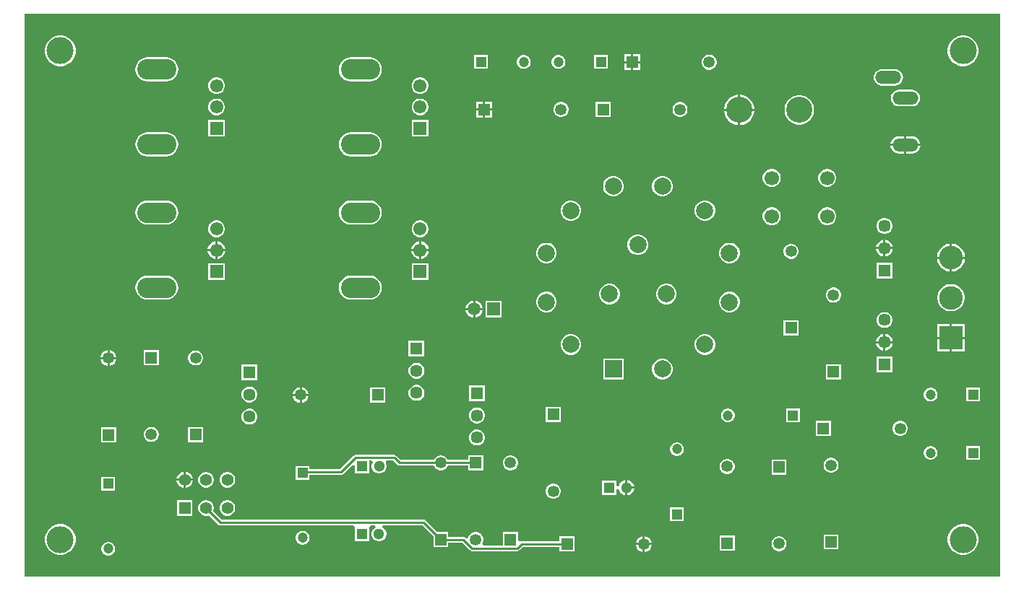
<source format=gbl>
G04*
G04 #@! TF.GenerationSoftware,Altium Limited,Altium Designer,25.8.1 (18)*
G04*
G04 Layer_Physical_Order=2*
G04 Layer_Color=16711680*
%FSLAX44Y44*%
%MOMM*%
G71*
G04*
G04 #@! TF.SameCoordinates,5FE610AC-4606-444D-BD4F-D10E618BF681*
G04*
G04*
G04 #@! TF.FilePolarity,Positive*
G04*
G01*
G75*
%ADD15C,0.2540*%
%ADD17R,1.4000X1.4000*%
%ADD18C,1.4000*%
%ADD21C,1.5500*%
%ADD25C,1.4500*%
%ADD30R,1.5500X1.5500*%
G04:AMPARAMS|DCode=31|XSize=2.4mm|YSize=4.6mm|CornerRadius=1.2mm|HoleSize=0mm|Usage=FLASHONLY|Rotation=90.000|XOffset=0mm|YOffset=0mm|HoleType=Round|Shape=RoundedRectangle|*
%AMROUNDEDRECTD31*
21,1,2.4000,2.2000,0,0,90.0*
21,1,0.0000,4.6000,0,0,90.0*
1,1,2.4000,1.1000,0.0000*
1,1,2.4000,1.1000,0.0000*
1,1,2.4000,-1.1000,0.0000*
1,1,2.4000,-1.1000,0.0000*
%
%ADD31ROUNDEDRECTD31*%
%ADD34R,1.2000X1.2000*%
%ADD35C,1.2000*%
%ADD36R,1.2000X1.2000*%
%ADD38R,1.4500X1.4500*%
%ADD43R,1.3500X1.3500*%
%ADD44R,1.3500X1.3500*%
%ADD45C,1.3500*%
%ADD46O,3.0160X1.5080*%
%ADD47C,2.7750*%
%ADD48C,3.0480*%
%ADD49R,2.7750X2.7750*%
%ADD50C,1.5000*%
%ADD51C,1.3000*%
%ADD52C,2.0000*%
%ADD53C,3.1750*%
%ADD54R,1.3000X1.3000*%
%ADD55R,1.5000X1.5000*%
%ADD56C,1.7000*%
%ADD57R,2.0000X2.0000*%
G36*
X1143000Y-0D02*
X-0D01*
Y660400D01*
X1143000D01*
Y-0D01*
D02*
G37*
%LPC*%
G36*
X721459Y613253D02*
X713439D01*
Y605233D01*
X721459D01*
Y613253D01*
D02*
G37*
G36*
X710899D02*
X702879D01*
Y605233D01*
X710899D01*
Y613253D01*
D02*
G37*
G36*
X1101470Y635134D02*
X1097942D01*
X1094483Y634445D01*
X1091224Y633096D01*
X1088291Y631136D01*
X1085797Y628642D01*
X1083837Y625709D01*
X1082487Y622450D01*
X1081799Y618990D01*
Y615463D01*
X1082487Y612003D01*
X1083837Y608744D01*
X1085797Y605812D01*
X1088291Y603317D01*
X1091224Y601358D01*
X1094483Y600008D01*
X1097942Y599320D01*
X1101470D01*
X1104929Y600008D01*
X1108188Y601358D01*
X1111121Y603317D01*
X1113615Y605812D01*
X1115575Y608744D01*
X1116925Y612003D01*
X1117613Y615463D01*
Y618990D01*
X1116925Y622450D01*
X1115575Y625709D01*
X1113615Y628642D01*
X1111121Y631136D01*
X1108188Y633096D01*
X1104929Y634445D01*
X1101470Y635134D01*
D02*
G37*
G36*
X43833D02*
X40306D01*
X36846Y634445D01*
X33587Y633096D01*
X30654Y631136D01*
X28160Y628642D01*
X26201Y625709D01*
X24851Y622450D01*
X24163Y618990D01*
Y615463D01*
X24851Y612003D01*
X26201Y608744D01*
X28160Y605812D01*
X30654Y603317D01*
X33587Y601358D01*
X36846Y600008D01*
X40306Y599320D01*
X43833D01*
X47293Y600008D01*
X50552Y601358D01*
X53485Y603317D01*
X55979Y605812D01*
X57939Y608744D01*
X59288Y612003D01*
X59977Y615463D01*
Y618990D01*
X59288Y622450D01*
X57939Y625709D01*
X55979Y628642D01*
X53485Y631136D01*
X50552Y633096D01*
X47293Y634445D01*
X43833Y635134D01*
D02*
G37*
G36*
X586055Y612211D02*
X583940D01*
X581897Y611664D01*
X580065Y610606D01*
X578570Y609111D01*
X577513Y607279D01*
X576965Y605236D01*
Y603122D01*
X577513Y601079D01*
X578570Y599247D01*
X580065Y597752D01*
X581897Y596694D01*
X583940Y596147D01*
X586055D01*
X588097Y596694D01*
X589929Y597752D01*
X591424Y599247D01*
X592482Y601079D01*
X593029Y603122D01*
Y605236D01*
X592482Y607279D01*
X591424Y609111D01*
X589929Y610606D01*
X588097Y611664D01*
X586055Y612211D01*
D02*
G37*
G36*
X543029D02*
X526965D01*
Y596147D01*
X543029D01*
Y612211D01*
D02*
G37*
G36*
X683707Y612211D02*
X667643D01*
Y596147D01*
X683707D01*
Y612211D01*
D02*
G37*
G36*
X626732D02*
X624617D01*
X622574Y611663D01*
X620743Y610606D01*
X619247Y609110D01*
X618190Y607279D01*
X617643Y605236D01*
Y603121D01*
X618190Y601078D01*
X619247Y599247D01*
X620743Y597751D01*
X622574Y596694D01*
X624617Y596147D01*
X626732D01*
X628775Y596694D01*
X630606Y597751D01*
X632102Y599247D01*
X633159Y601078D01*
X633707Y603121D01*
Y605236D01*
X633159Y607279D01*
X632102Y609110D01*
X630606Y610606D01*
X628775Y611663D01*
X626732Y612211D01*
D02*
G37*
G36*
X803326Y612745D02*
X801013D01*
X798780Y612147D01*
X796777Y610991D01*
X795142Y609356D01*
X793986Y607353D01*
X793387Y605120D01*
Y602807D01*
X793986Y600574D01*
X795142Y598571D01*
X796777Y596936D01*
X798780Y595780D01*
X801013Y595181D01*
X803326D01*
X805559Y595780D01*
X807562Y596936D01*
X809197Y598571D01*
X810353Y600574D01*
X810951Y602807D01*
Y605120D01*
X810353Y607353D01*
X809197Y609356D01*
X807562Y610991D01*
X805559Y612147D01*
X803326Y612745D01*
D02*
G37*
G36*
X721459Y602693D02*
X713439D01*
Y594673D01*
X721459D01*
Y602693D01*
D02*
G37*
G36*
X710899D02*
X702879D01*
Y594673D01*
X710899D01*
Y602693D01*
D02*
G37*
G36*
X404571Y609622D02*
X382571D01*
X378908Y609140D01*
X375495Y607726D01*
X372564Y605477D01*
X370314Y602545D01*
X368900Y599132D01*
X368418Y595469D01*
X368900Y591806D01*
X370314Y588392D01*
X372564Y585461D01*
X375495Y583212D01*
X378908Y581798D01*
X382571Y581316D01*
X404571D01*
X408234Y581798D01*
X411648Y583212D01*
X414579Y585461D01*
X416828Y588392D01*
X418242Y591806D01*
X418724Y595469D01*
X418242Y599132D01*
X416828Y602545D01*
X414579Y605477D01*
X411648Y607726D01*
X408234Y609140D01*
X404571Y609622D01*
D02*
G37*
G36*
X166122D02*
X144122D01*
X140459Y609140D01*
X137046Y607726D01*
X134115Y605477D01*
X131866Y602545D01*
X130452Y599132D01*
X129969Y595469D01*
X130452Y591806D01*
X131866Y588392D01*
X134115Y585461D01*
X137046Y583212D01*
X140459Y581798D01*
X144122Y581316D01*
X166122D01*
X169786Y581798D01*
X173199Y583212D01*
X176130Y585461D01*
X178379Y588392D01*
X179793Y591806D01*
X180276Y595469D01*
X179793Y599132D01*
X178379Y602545D01*
X176130Y605477D01*
X173199Y607726D01*
X169786Y609140D01*
X166122Y609622D01*
D02*
G37*
G36*
X1019805Y595644D02*
X1004724D01*
X1002226Y595315D01*
X999897Y594350D01*
X997898Y592816D01*
X996363Y590816D01*
X995399Y588488D01*
X995070Y585989D01*
X995399Y583490D01*
X996363Y581162D01*
X997898Y579162D01*
X999897Y577628D01*
X1002226Y576663D01*
X1004724Y576334D01*
X1019805D01*
X1022303Y576663D01*
X1024632Y577628D01*
X1026631Y579162D01*
X1028166Y581162D01*
X1029130Y583490D01*
X1029459Y585989D01*
X1029130Y588488D01*
X1028166Y590816D01*
X1026631Y592816D01*
X1024632Y594350D01*
X1022303Y595315D01*
X1019805Y595644D01*
D02*
G37*
G36*
X464859Y586251D02*
X462283D01*
X459795Y585584D01*
X457565Y584296D01*
X455744Y582475D01*
X454456Y580244D01*
X453789Y577757D01*
Y575181D01*
X454456Y572693D01*
X455744Y570462D01*
X457565Y568641D01*
X459795Y567353D01*
X462283Y566687D01*
X464859D01*
X467347Y567353D01*
X469577Y568641D01*
X471399Y570462D01*
X472687Y572693D01*
X473353Y575181D01*
Y577757D01*
X472687Y580244D01*
X471399Y582475D01*
X469577Y584296D01*
X467347Y585584D01*
X464859Y586251D01*
D02*
G37*
G36*
X226410D02*
X223835D01*
X221347Y585584D01*
X219116Y584296D01*
X217295Y582475D01*
X216007Y580244D01*
X215340Y577757D01*
Y575181D01*
X216007Y572693D01*
X217295Y570462D01*
X219116Y568641D01*
X221347Y567353D01*
X223835Y566687D01*
X226410D01*
X228898Y567353D01*
X231129Y568641D01*
X232950Y570462D01*
X234238Y572693D01*
X234904Y575181D01*
Y577757D01*
X234238Y580244D01*
X232950Y582475D01*
X231129Y584296D01*
X228898Y585584D01*
X226410Y586251D01*
D02*
G37*
G36*
X1039804Y571644D02*
X1024724D01*
X1022226Y571315D01*
X1019897Y570350D01*
X1017898Y568816D01*
X1016363Y566816D01*
X1015399Y564488D01*
X1015070Y561989D01*
X1015399Y559490D01*
X1016363Y557162D01*
X1017898Y555162D01*
X1019897Y553628D01*
X1022226Y552663D01*
X1024724Y552335D01*
X1039804D01*
X1042303Y552663D01*
X1044632Y553628D01*
X1046631Y555162D01*
X1048166Y557162D01*
X1049130Y559490D01*
X1049459Y561989D01*
X1049130Y564488D01*
X1048166Y566816D01*
X1046631Y568816D01*
X1044632Y570350D01*
X1042303Y571315D01*
X1039804Y571644D01*
D02*
G37*
G36*
X547962Y557850D02*
X539942D01*
Y549830D01*
X547962D01*
Y557850D01*
D02*
G37*
G36*
X537402D02*
X529382D01*
Y549830D01*
X537402D01*
Y557850D01*
D02*
G37*
G36*
X839178Y565690D02*
X838697D01*
Y549180D01*
X855207D01*
Y549662D01*
X854523Y553097D01*
X853183Y556332D01*
X851237Y559244D01*
X848761Y561721D01*
X845848Y563667D01*
X842613Y565007D01*
X839178Y565690D01*
D02*
G37*
G36*
X836156D02*
X835675D01*
X832240Y565007D01*
X829005Y563667D01*
X826092Y561721D01*
X823616Y559244D01*
X821670Y556332D01*
X820330Y553097D01*
X819647Y549662D01*
Y549180D01*
X836156D01*
Y565690D01*
D02*
G37*
G36*
X464859Y561251D02*
X462283D01*
X459795Y560584D01*
X457565Y559296D01*
X455744Y557475D01*
X454456Y555244D01*
X453789Y552757D01*
Y550181D01*
X454456Y547693D01*
X455744Y545462D01*
X457565Y543641D01*
X459795Y542353D01*
X462283Y541687D01*
X464859D01*
X467347Y542353D01*
X469577Y543641D01*
X471399Y545462D01*
X472687Y547693D01*
X473353Y550181D01*
Y552757D01*
X472687Y555244D01*
X471399Y557475D01*
X469577Y559296D01*
X467347Y560584D01*
X464859Y561251D01*
D02*
G37*
G36*
X226410D02*
X223835D01*
X221347Y560584D01*
X219116Y559296D01*
X217295Y557475D01*
X216007Y555244D01*
X215340Y552757D01*
Y550181D01*
X216007Y547693D01*
X217295Y545462D01*
X219116Y543641D01*
X221347Y542353D01*
X223835Y541687D01*
X226410D01*
X228898Y542353D01*
X231129Y543641D01*
X232950Y545462D01*
X234238Y547693D01*
X234904Y550181D01*
Y552757D01*
X234238Y555244D01*
X232950Y557475D01*
X231129Y559296D01*
X228898Y560584D01*
X226410Y561251D01*
D02*
G37*
G36*
X769235Y557342D02*
X766922D01*
X764689Y556743D01*
X762686Y555587D01*
X761051Y553952D01*
X759895Y551949D01*
X759297Y549716D01*
Y547403D01*
X759895Y545170D01*
X761051Y543167D01*
X762686Y541532D01*
X764689Y540376D01*
X766922Y539778D01*
X769235D01*
X771468Y540376D01*
X773471Y541532D01*
X775106Y543167D01*
X776262Y545170D01*
X776861Y547403D01*
Y549716D01*
X776262Y551949D01*
X775106Y553952D01*
X773471Y555587D01*
X771468Y556743D01*
X769235Y557342D01*
D02*
G37*
G36*
X686861D02*
X669296D01*
Y539778D01*
X686861D01*
Y557342D01*
D02*
G37*
G36*
X629828D02*
X627516D01*
X625282Y556743D01*
X623279Y555587D01*
X621644Y553952D01*
X620488Y551949D01*
X619890Y549716D01*
Y547403D01*
X620488Y545170D01*
X621644Y543167D01*
X623279Y541532D01*
X625282Y540376D01*
X627516Y539778D01*
X629828D01*
X632062Y540376D01*
X634064Y541532D01*
X635699Y543167D01*
X636855Y545170D01*
X637454Y547403D01*
Y549716D01*
X636855Y551949D01*
X635699Y553952D01*
X634064Y555587D01*
X632062Y556743D01*
X629828Y557342D01*
D02*
G37*
G36*
X547962Y547290D02*
X539942D01*
Y539270D01*
X547962D01*
Y547290D01*
D02*
G37*
G36*
X537402D02*
X529382D01*
Y539270D01*
X537402D01*
Y547290D01*
D02*
G37*
G36*
X909500Y565182D02*
X906098D01*
X902761Y564519D01*
X899618Y563217D01*
X896789Y561326D01*
X894383Y558921D01*
X892493Y556092D01*
X891191Y552948D01*
X890527Y549612D01*
Y546209D01*
X891191Y542872D01*
X892493Y539729D01*
X894383Y536900D01*
X896789Y534494D01*
X899618Y532604D01*
X902761Y531302D01*
X906098Y530638D01*
X909500D01*
X912837Y531302D01*
X915981Y532604D01*
X918809Y534494D01*
X921215Y536900D01*
X923105Y539729D01*
X924407Y542872D01*
X925071Y546209D01*
Y549612D01*
X924407Y552948D01*
X923105Y556092D01*
X921215Y558921D01*
X918809Y561326D01*
X915981Y563217D01*
X912837Y564519D01*
X909500Y565182D01*
D02*
G37*
G36*
X855207Y546640D02*
X838697D01*
Y530130D01*
X839178D01*
X842613Y530814D01*
X845848Y532154D01*
X848761Y534100D01*
X851237Y536576D01*
X853183Y539488D01*
X854523Y542724D01*
X855207Y546159D01*
Y546640D01*
D02*
G37*
G36*
X836156D02*
X819647D01*
Y546159D01*
X820330Y542724D01*
X821670Y539488D01*
X823616Y536576D01*
X826092Y534100D01*
X829005Y532154D01*
X832240Y530814D01*
X835675Y530130D01*
X836156D01*
Y546640D01*
D02*
G37*
G36*
X473353Y536251D02*
X453789D01*
Y516687D01*
X473353D01*
Y536251D01*
D02*
G37*
G36*
X234904D02*
X215340D01*
Y516687D01*
X234904D01*
Y536251D01*
D02*
G37*
G36*
X1039804Y517156D02*
X1033534D01*
Y508259D01*
X1049804D01*
X1049625Y509620D01*
X1048609Y512072D01*
X1046993Y514178D01*
X1044888Y515794D01*
X1042436Y516810D01*
X1039804Y517156D01*
D02*
G37*
G36*
X1030994D02*
X1024724D01*
X1022093Y516810D01*
X1019641Y515794D01*
X1017535Y514178D01*
X1015920Y512072D01*
X1014904Y509620D01*
X1014725Y508259D01*
X1030994D01*
Y517156D01*
D02*
G37*
G36*
X1049804Y505719D02*
X1033534D01*
Y496822D01*
X1039804D01*
X1042436Y497168D01*
X1044888Y498184D01*
X1046993Y499800D01*
X1048609Y501906D01*
X1049625Y504357D01*
X1049804Y505719D01*
D02*
G37*
G36*
X1030994D02*
X1014725D01*
X1014904Y504357D01*
X1015920Y501906D01*
X1017535Y499800D01*
X1019641Y498184D01*
X1022093Y497168D01*
X1024724Y496822D01*
X1030994D01*
Y505719D01*
D02*
G37*
G36*
X404571Y521622D02*
X382571D01*
X378908Y521140D01*
X375495Y519726D01*
X372564Y517477D01*
X370314Y514545D01*
X368900Y511132D01*
X368418Y507469D01*
X368900Y503806D01*
X370314Y500392D01*
X372564Y497461D01*
X375495Y495212D01*
X378908Y493798D01*
X382571Y493316D01*
X404571D01*
X408234Y493798D01*
X411648Y495212D01*
X414579Y497461D01*
X416828Y500392D01*
X418242Y503806D01*
X418724Y507469D01*
X418242Y511132D01*
X416828Y514545D01*
X414579Y517477D01*
X411648Y519726D01*
X408234Y521140D01*
X404571Y521622D01*
D02*
G37*
G36*
X166122D02*
X144122D01*
X140459Y521140D01*
X137046Y519726D01*
X134115Y517477D01*
X131866Y514545D01*
X130452Y511132D01*
X129969Y507469D01*
X130452Y503806D01*
X131866Y500392D01*
X134115Y497461D01*
X137046Y495212D01*
X140459Y493798D01*
X144122Y493316D01*
X166122D01*
X169786Y493798D01*
X173199Y495212D01*
X176130Y497461D01*
X178379Y500392D01*
X179793Y503806D01*
X180276Y507469D01*
X179793Y511132D01*
X178379Y514545D01*
X176130Y517477D01*
X173199Y519726D01*
X169786Y521140D01*
X166122Y521622D01*
D02*
G37*
G36*
X941972Y478694D02*
X939199D01*
X936520Y477976D01*
X934119Y476589D01*
X932158Y474628D01*
X930771Y472227D01*
X930054Y469548D01*
Y466775D01*
X930771Y464096D01*
X932158Y461695D01*
X934119Y459734D01*
X936520Y458347D01*
X939199Y457630D01*
X941972D01*
X944651Y458347D01*
X947052Y459734D01*
X949013Y461695D01*
X950400Y464096D01*
X951118Y466775D01*
Y469548D01*
X950400Y472227D01*
X949013Y474628D01*
X947052Y476589D01*
X944651Y477976D01*
X941972Y478694D01*
D02*
G37*
G36*
X876972D02*
X874199D01*
X871520Y477976D01*
X869119Y476589D01*
X867158Y474628D01*
X865771Y472227D01*
X865053Y469548D01*
Y466775D01*
X865771Y464096D01*
X867158Y461695D01*
X869119Y459734D01*
X871520Y458347D01*
X874199Y457630D01*
X876972D01*
X879651Y458347D01*
X882052Y459734D01*
X884013Y461695D01*
X885400Y464096D01*
X886117Y466775D01*
Y469548D01*
X885400Y472227D01*
X884013Y474628D01*
X882052Y476589D01*
X879651Y477976D01*
X876972Y478694D01*
D02*
G37*
G36*
X749059Y470474D02*
X745891D01*
X742831Y469654D01*
X740088Y468069D01*
X737847Y465829D01*
X736263Y463086D01*
X735443Y460026D01*
Y456857D01*
X736263Y453797D01*
X737847Y451054D01*
X740088Y448814D01*
X742831Y447229D01*
X745891Y446409D01*
X749059D01*
X752120Y447229D01*
X754863Y448814D01*
X757103Y451054D01*
X758687Y453797D01*
X759507Y456857D01*
Y460026D01*
X758687Y463086D01*
X757103Y465829D01*
X754863Y468069D01*
X752120Y469654D01*
X749059Y470474D01*
D02*
G37*
G36*
X691602D02*
X688433D01*
X685373Y469654D01*
X682630Y468069D01*
X680389Y465829D01*
X678805Y463086D01*
X677986Y460026D01*
Y456857D01*
X678805Y453797D01*
X680389Y451054D01*
X682630Y448814D01*
X685373Y447229D01*
X688433Y446409D01*
X691601D01*
X694662Y447229D01*
X697405Y448814D01*
X699645Y451054D01*
X701230Y453797D01*
X702049Y456857D01*
Y460026D01*
X701229Y463086D01*
X699645Y465829D01*
X697405Y468069D01*
X694662Y469654D01*
X691602Y470474D01*
D02*
G37*
G36*
X641841Y441745D02*
X638673D01*
X635613Y440925D01*
X632869Y439341D01*
X630629Y437101D01*
X629045Y434357D01*
X628225Y431297D01*
Y428129D01*
X629045Y425069D01*
X630629Y422325D01*
X632869Y420085D01*
X635613Y418501D01*
X638673Y417681D01*
X641841D01*
X644902Y418501D01*
X647645Y420085D01*
X649885Y422325D01*
X651469Y425069D01*
X652289Y428129D01*
Y431297D01*
X651469Y434357D01*
X649885Y437101D01*
X647645Y439341D01*
X644902Y440925D01*
X641841Y441745D01*
D02*
G37*
G36*
X798820Y441745D02*
X795651D01*
X792591Y440925D01*
X789848Y439341D01*
X787607Y437100D01*
X786023Y434357D01*
X785203Y431297D01*
Y428129D01*
X786023Y425068D01*
X787607Y422325D01*
X789848Y420085D01*
X792591Y418501D01*
X795651Y417681D01*
X798820D01*
X801880Y418501D01*
X804623Y420085D01*
X806863Y422325D01*
X808447Y425068D01*
X809268Y428129D01*
Y431297D01*
X808447Y434357D01*
X806863Y437100D01*
X804623Y439341D01*
X801880Y440925D01*
X798820Y441745D01*
D02*
G37*
G36*
X404571Y441626D02*
X382571D01*
X378908Y441144D01*
X375495Y439730D01*
X372564Y437481D01*
X370314Y434549D01*
X368900Y431136D01*
X368418Y427473D01*
X368900Y423810D01*
X370314Y420396D01*
X372564Y417465D01*
X375495Y415216D01*
X378908Y413802D01*
X382571Y413320D01*
X404571D01*
X408234Y413802D01*
X411648Y415216D01*
X414579Y417465D01*
X416828Y420396D01*
X418242Y423810D01*
X418724Y427473D01*
X418242Y431136D01*
X416828Y434549D01*
X414579Y437481D01*
X411648Y439730D01*
X408234Y441144D01*
X404571Y441626D01*
D02*
G37*
G36*
X166122D02*
X144122D01*
X140459Y441144D01*
X137046Y439730D01*
X134115Y437481D01*
X131866Y434549D01*
X130452Y431136D01*
X129969Y427473D01*
X130452Y423810D01*
X131866Y420396D01*
X134115Y417465D01*
X137046Y415216D01*
X140459Y413802D01*
X144122Y413320D01*
X166122D01*
X169786Y413802D01*
X173199Y415216D01*
X176130Y417465D01*
X178379Y420396D01*
X179793Y423810D01*
X180276Y427473D01*
X179793Y431136D01*
X178379Y434549D01*
X176130Y437481D01*
X173199Y439730D01*
X169786Y441144D01*
X166122Y441626D01*
D02*
G37*
G36*
X941972Y433693D02*
X939199D01*
X936520Y432976D01*
X934119Y431589D01*
X932158Y429628D01*
X930771Y427226D01*
X930054Y424548D01*
Y421775D01*
X930771Y419096D01*
X932158Y416694D01*
X934119Y414734D01*
X936520Y413347D01*
X939199Y412629D01*
X941972D01*
X944651Y413347D01*
X947052Y414734D01*
X949013Y416694D01*
X950400Y419096D01*
X951118Y421775D01*
Y424548D01*
X950400Y427226D01*
X949013Y429628D01*
X947052Y431589D01*
X944651Y432976D01*
X941972Y433693D01*
D02*
G37*
G36*
X876972D02*
X874199D01*
X871520Y432976D01*
X869119Y431589D01*
X867158Y429628D01*
X865771Y427226D01*
X865053Y424548D01*
Y421775D01*
X865771Y419096D01*
X867158Y416694D01*
X869119Y414734D01*
X871520Y413347D01*
X874199Y412629D01*
X876972D01*
X879651Y413347D01*
X882052Y414734D01*
X884013Y416694D01*
X885400Y419096D01*
X886117Y421775D01*
Y424548D01*
X885400Y427226D01*
X884013Y429628D01*
X882052Y431589D01*
X879651Y432976D01*
X876972Y433693D01*
D02*
G37*
G36*
X1008880Y420993D02*
X1006436D01*
X1004075Y420360D01*
X1001959Y419138D01*
X1000231Y417410D01*
X999009Y415294D01*
X998376Y412933D01*
Y410489D01*
X999009Y408128D01*
X1000231Y406012D01*
X1001959Y404284D01*
X1004075Y403062D01*
X1006436Y402429D01*
X1008880D01*
X1011241Y403062D01*
X1013357Y404284D01*
X1015086Y406012D01*
X1016308Y408128D01*
X1016940Y410489D01*
Y412933D01*
X1016308Y415294D01*
X1015086Y417410D01*
X1013357Y419138D01*
X1011241Y420360D01*
X1008880Y420993D01*
D02*
G37*
G36*
X464859Y418255D02*
X462283D01*
X459795Y417588D01*
X457565Y416301D01*
X455744Y414479D01*
X454456Y412249D01*
X453789Y409761D01*
Y407185D01*
X454456Y404697D01*
X455744Y402467D01*
X457565Y400645D01*
X459795Y399358D01*
X462283Y398691D01*
X464859D01*
X467347Y399358D01*
X469577Y400645D01*
X471399Y402467D01*
X472687Y404697D01*
X473353Y407185D01*
Y409761D01*
X472687Y412249D01*
X471399Y414479D01*
X469577Y416301D01*
X467347Y417588D01*
X464859Y418255D01*
D02*
G37*
G36*
X226410D02*
X223835D01*
X221347Y417588D01*
X219116Y416301D01*
X217295Y414479D01*
X216007Y412249D01*
X215340Y409761D01*
Y407185D01*
X216007Y404697D01*
X217295Y402467D01*
X219116Y400645D01*
X221347Y399358D01*
X223835Y398691D01*
X226410D01*
X228898Y399358D01*
X231129Y400645D01*
X232950Y402467D01*
X234238Y404697D01*
X234904Y407185D01*
Y409761D01*
X234238Y412249D01*
X232950Y414479D01*
X231129Y416301D01*
X228898Y417588D01*
X226410Y418255D01*
D02*
G37*
G36*
X1008947Y395501D02*
X1008928D01*
Y386981D01*
X1017448D01*
Y387000D01*
X1016781Y389490D01*
X1015492Y391722D01*
X1013669Y393545D01*
X1011437Y394834D01*
X1008947Y395501D01*
D02*
G37*
G36*
X1006388D02*
X1006369D01*
X1003879Y394834D01*
X1001647Y393545D01*
X999824Y391722D01*
X998535Y389490D01*
X997868Y387000D01*
Y386981D01*
X1006388D01*
Y395501D01*
D02*
G37*
G36*
X464926Y393763D02*
X464841D01*
Y384743D01*
X473861D01*
Y384828D01*
X473160Y387445D01*
X471805Y389791D01*
X469889Y391707D01*
X467543Y393062D01*
X464926Y393763D01*
D02*
G37*
G36*
X462301D02*
X462217D01*
X459599Y393062D01*
X457253Y391707D01*
X455337Y389791D01*
X453983Y387445D01*
X453281Y384828D01*
Y384743D01*
X462301D01*
Y393763D01*
D02*
G37*
G36*
X226477D02*
X226392D01*
Y384743D01*
X235413D01*
Y384828D01*
X234711Y387445D01*
X233357Y389791D01*
X231441Y391707D01*
X229094Y393062D01*
X226477Y393763D01*
D02*
G37*
G36*
X223853D02*
X223768D01*
X221151Y393062D01*
X218804Y391707D01*
X216889Y389791D01*
X215534Y387445D01*
X214832Y384828D01*
Y384743D01*
X223853D01*
Y393763D01*
D02*
G37*
G36*
X720331Y401756D02*
X717162D01*
X714102Y400936D01*
X711359Y399352D01*
X709118Y397112D01*
X707534Y394368D01*
X706714Y391308D01*
Y388140D01*
X707534Y385080D01*
X709118Y382336D01*
X711359Y380096D01*
X714102Y378512D01*
X717162Y377692D01*
X720331D01*
X723391Y378512D01*
X726134Y380096D01*
X728374Y382336D01*
X729958Y385080D01*
X730778Y388140D01*
Y391308D01*
X729958Y394368D01*
X728374Y397112D01*
X726134Y399352D01*
X723391Y400936D01*
X720331Y401756D01*
D02*
G37*
G36*
X1017448Y384441D02*
X1008928D01*
Y375921D01*
X1008947D01*
X1011437Y376588D01*
X1013669Y377877D01*
X1015492Y379700D01*
X1016781Y381932D01*
X1017448Y384422D01*
Y384441D01*
D02*
G37*
G36*
X1006388D02*
X997868D01*
Y384422D01*
X998535Y381932D01*
X999824Y379700D01*
X1001647Y377877D01*
X1003879Y376588D01*
X1006369Y375921D01*
X1006388D01*
Y384441D01*
D02*
G37*
G36*
X1087223Y391041D02*
X1086876D01*
Y375896D01*
X1102021D01*
Y376243D01*
X1101391Y379414D01*
X1100153Y382401D01*
X1098357Y385090D01*
X1096070Y387376D01*
X1093382Y389173D01*
X1090395Y390410D01*
X1087223Y391041D01*
D02*
G37*
G36*
X1084336D02*
X1083990D01*
X1080818Y390410D01*
X1077831Y389173D01*
X1075143Y387376D01*
X1072856Y385090D01*
X1071060Y382401D01*
X1069822Y379414D01*
X1069191Y376243D01*
Y375896D01*
X1084336D01*
Y391041D01*
D02*
G37*
G36*
X899259Y390897D02*
X896947D01*
X894714Y390298D01*
X892711Y389142D01*
X891076Y387507D01*
X889920Y385505D01*
X889321Y383271D01*
Y380959D01*
X889920Y378725D01*
X891076Y376723D01*
X892711Y375088D01*
X894714Y373931D01*
X896947Y373333D01*
X899259D01*
X901493Y373931D01*
X903495Y375088D01*
X905131Y376723D01*
X906287Y378725D01*
X906885Y380959D01*
Y383271D01*
X906287Y385505D01*
X905131Y387507D01*
X903495Y389142D01*
X901493Y390298D01*
X899259Y390897D01*
D02*
G37*
G36*
X473861Y382203D02*
X464841D01*
Y373183D01*
X464926D01*
X467543Y373884D01*
X469889Y375239D01*
X471805Y377155D01*
X473160Y379501D01*
X473861Y382118D01*
Y382203D01*
D02*
G37*
G36*
X462301D02*
X453281D01*
Y382118D01*
X453983Y379501D01*
X455337Y377155D01*
X457253Y375239D01*
X459599Y373884D01*
X462217Y373183D01*
X462301D01*
Y382203D01*
D02*
G37*
G36*
X235413Y382203D02*
X226392D01*
Y373183D01*
X226477D01*
X229094Y373884D01*
X231441Y375239D01*
X233357Y377155D01*
X234711Y379501D01*
X235413Y382118D01*
Y382203D01*
D02*
G37*
G36*
X223853D02*
X214832D01*
Y382118D01*
X215534Y379501D01*
X216889Y377155D01*
X218804Y375239D01*
X221151Y373884D01*
X223768Y373183D01*
X223853D01*
Y382203D01*
D02*
G37*
G36*
X827549Y391985D02*
X824380D01*
X821320Y391165D01*
X818577Y389581D01*
X816336Y387341D01*
X814752Y384597D01*
X813932Y381537D01*
Y378369D01*
X814752Y375309D01*
X816336Y372565D01*
X818577Y370325D01*
X821320Y368741D01*
X824380Y367921D01*
X827548D01*
X830609Y368741D01*
X833352Y370325D01*
X835592Y372565D01*
X837177Y375309D01*
X837996Y378369D01*
Y381537D01*
X837176Y384597D01*
X835592Y387341D01*
X833352Y389581D01*
X830609Y391165D01*
X827549Y391985D01*
D02*
G37*
G36*
X613112D02*
X609944D01*
X606884Y391165D01*
X604141Y389581D01*
X601900Y387341D01*
X600316Y384597D01*
X599496Y381537D01*
Y378369D01*
X600316Y375309D01*
X601900Y372565D01*
X604141Y370325D01*
X606884Y368741D01*
X609944Y367921D01*
X613112D01*
X616173Y368741D01*
X618916Y370325D01*
X621156Y372565D01*
X622741Y375309D01*
X623560Y378369D01*
Y381537D01*
X622741Y384597D01*
X621156Y387341D01*
X618916Y389581D01*
X616173Y391165D01*
X613112Y391985D01*
D02*
G37*
G36*
X1102021Y373356D02*
X1086876D01*
Y358211D01*
X1087223D01*
X1090395Y358842D01*
X1093382Y360079D01*
X1096070Y361876D01*
X1098357Y364162D01*
X1100153Y366851D01*
X1101391Y369838D01*
X1102021Y373009D01*
Y373356D01*
D02*
G37*
G36*
X1084336D02*
X1069191D01*
Y373009D01*
X1069822Y369838D01*
X1071060Y366851D01*
X1072856Y364162D01*
X1075143Y361876D01*
X1077831Y360079D01*
X1080818Y358842D01*
X1083990Y358211D01*
X1084336D01*
Y373356D01*
D02*
G37*
G36*
X1016940Y368993D02*
X998376D01*
Y350429D01*
X1016940D01*
Y368993D01*
D02*
G37*
G36*
X473353Y368255D02*
X453789D01*
Y348691D01*
X473353D01*
Y368255D01*
D02*
G37*
G36*
X234904D02*
X215340D01*
Y348691D01*
X234904D01*
Y368255D01*
D02*
G37*
G36*
X404571Y353626D02*
X382571D01*
X378908Y353144D01*
X375495Y351730D01*
X372564Y349481D01*
X370314Y346550D01*
X368900Y343136D01*
X368418Y339473D01*
X368900Y335810D01*
X370314Y332397D01*
X372564Y329465D01*
X375495Y327216D01*
X378908Y325802D01*
X382571Y325320D01*
X404571D01*
X408234Y325802D01*
X411648Y327216D01*
X414579Y329465D01*
X416828Y332397D01*
X418242Y335810D01*
X418724Y339473D01*
X418242Y343136D01*
X416828Y346550D01*
X414579Y349481D01*
X411648Y351730D01*
X408234Y353144D01*
X404571Y353626D01*
D02*
G37*
G36*
X166122D02*
X144122D01*
X140459Y353144D01*
X137046Y351730D01*
X134115Y349481D01*
X131866Y346550D01*
X130452Y343136D01*
X129969Y339473D01*
X130452Y335810D01*
X131866Y332397D01*
X134115Y329465D01*
X137046Y327216D01*
X140459Y325802D01*
X144122Y325320D01*
X166122D01*
X169786Y325802D01*
X173199Y327216D01*
X176130Y329465D01*
X178379Y332397D01*
X179793Y335810D01*
X180276Y339473D01*
X179793Y343136D01*
X178379Y346550D01*
X176130Y349481D01*
X173199Y351730D01*
X169786Y353144D01*
X166122Y353626D01*
D02*
G37*
G36*
X949054Y339522D02*
X946742D01*
X944508Y338923D01*
X942506Y337767D01*
X940871Y336132D01*
X939715Y334130D01*
X939116Y331896D01*
Y329584D01*
X939715Y327350D01*
X940871Y325348D01*
X942506Y323713D01*
X944508Y322556D01*
X946742Y321958D01*
X949054D01*
X951288Y322556D01*
X953290Y323713D01*
X954925Y325348D01*
X956081Y327350D01*
X956680Y329584D01*
Y331896D01*
X956081Y334130D01*
X954925Y336132D01*
X953290Y337767D01*
X951288Y338923D01*
X949054Y339522D01*
D02*
G37*
G36*
X753672Y344006D02*
X750504D01*
X747444Y343186D01*
X744701Y341602D01*
X742460Y339362D01*
X740876Y336618D01*
X740057Y333558D01*
Y330390D01*
X740876Y327330D01*
X742460Y324586D01*
X744701Y322346D01*
X747444Y320762D01*
X750504Y319942D01*
X753673D01*
X756733Y320762D01*
X759476Y322346D01*
X761717Y324586D01*
X763300Y327330D01*
X764120Y330390D01*
Y333558D01*
X763301Y336618D01*
X761717Y339362D01*
X759476Y341602D01*
X756733Y343186D01*
X753672Y344006D01*
D02*
G37*
G36*
X686988D02*
X683820D01*
X680760Y343186D01*
X678017Y341602D01*
X675776Y339362D01*
X674192Y336618D01*
X673372Y333558D01*
Y330390D01*
X674192Y327330D01*
X675776Y324586D01*
X678017Y322346D01*
X680760Y320762D01*
X683820Y319942D01*
X686988D01*
X690049Y320762D01*
X692792Y322346D01*
X695032Y324586D01*
X696616Y327330D01*
X697436Y330390D01*
Y333558D01*
X696616Y336618D01*
X695032Y339362D01*
X692792Y341602D01*
X690049Y343186D01*
X686988Y344006D01*
D02*
G37*
G36*
X528172Y324198D02*
X528120D01*
Y315428D01*
X536890D01*
Y315480D01*
X536206Y318034D01*
X534884Y320323D01*
X533015Y322192D01*
X530726Y323514D01*
X528172Y324198D01*
D02*
G37*
G36*
X525580D02*
X525528D01*
X522975Y323514D01*
X520686Y322192D01*
X518816Y320323D01*
X517494Y318034D01*
X516810Y315480D01*
Y315428D01*
X525580D01*
Y324198D01*
D02*
G37*
G36*
X1087173Y343533D02*
X1084040D01*
X1080966Y342921D01*
X1078072Y341722D01*
X1075466Y339982D01*
X1073251Y337766D01*
X1071510Y335161D01*
X1070311Y332266D01*
X1069699Y329193D01*
Y326059D01*
X1070311Y322986D01*
X1071510Y320091D01*
X1073251Y317486D01*
X1075466Y315270D01*
X1078072Y313529D01*
X1080966Y312330D01*
X1084040Y311719D01*
X1087173D01*
X1090246Y312330D01*
X1093141Y313529D01*
X1095747Y315270D01*
X1097962Y317486D01*
X1099703Y320091D01*
X1100902Y322986D01*
X1101513Y326059D01*
Y329193D01*
X1100902Y332266D01*
X1099703Y335161D01*
X1097962Y337766D01*
X1095747Y339982D01*
X1093141Y341722D01*
X1090246Y342921D01*
X1087173Y343533D01*
D02*
G37*
G36*
X827548Y334527D02*
X824380D01*
X821320Y333707D01*
X818577Y332123D01*
X816336Y329883D01*
X814752Y327139D01*
X813932Y324079D01*
Y320911D01*
X814752Y317851D01*
X816336Y315107D01*
X818577Y312867D01*
X821320Y311283D01*
X824380Y310463D01*
X827548D01*
X830609Y311283D01*
X833352Y312867D01*
X835592Y315107D01*
X837176Y317851D01*
X837996Y320911D01*
Y324079D01*
X837176Y327139D01*
X835592Y329883D01*
X833352Y332123D01*
X830609Y333707D01*
X827548Y334527D01*
D02*
G37*
G36*
X613112D02*
X609944D01*
X606884Y333707D01*
X604141Y332123D01*
X601900Y329883D01*
X600316Y327139D01*
X599496Y324079D01*
Y320911D01*
X600316Y317851D01*
X601900Y315107D01*
X604141Y312867D01*
X606884Y311283D01*
X609944Y310463D01*
X613112D01*
X616173Y311283D01*
X618916Y312867D01*
X621156Y315107D01*
X622741Y317851D01*
X623560Y320911D01*
Y324079D01*
X622741Y327139D01*
X621156Y329883D01*
X618916Y332123D01*
X616173Y333707D01*
X613112Y334527D01*
D02*
G37*
G36*
X559182Y323690D02*
X540118D01*
Y304626D01*
X559182D01*
Y323690D01*
D02*
G37*
G36*
X536890Y312888D02*
X528120D01*
Y304118D01*
X528172D01*
X530726Y304802D01*
X533015Y306124D01*
X534884Y307994D01*
X536206Y310283D01*
X536890Y312836D01*
Y312888D01*
D02*
G37*
G36*
X525580D02*
X516810D01*
Y312836D01*
X517494Y310283D01*
X518816Y307994D01*
X520686Y306124D01*
X522975Y304802D01*
X525528Y304118D01*
X525580D01*
Y312888D01*
D02*
G37*
G36*
X1008880Y310696D02*
X1006436D01*
X1004075Y310064D01*
X1001959Y308842D01*
X1000231Y307114D01*
X999009Y304997D01*
X998376Y302636D01*
Y300192D01*
X999009Y297832D01*
X1000231Y295715D01*
X1001959Y293987D01*
X1004075Y292765D01*
X1006436Y292132D01*
X1008880D01*
X1011241Y292765D01*
X1013357Y293987D01*
X1015086Y295715D01*
X1016308Y297832D01*
X1016940Y300192D01*
Y302636D01*
X1016308Y304997D01*
X1015086Y307114D01*
X1013357Y308842D01*
X1011241Y310064D01*
X1008880Y310696D01*
D02*
G37*
G36*
X906885Y300897D02*
X889321D01*
Y283333D01*
X906885D01*
Y300897D01*
D02*
G37*
G36*
X1102021Y297041D02*
X1086876D01*
Y281896D01*
X1102021D01*
Y297041D01*
D02*
G37*
G36*
X1084336D02*
X1069191D01*
Y281896D01*
X1084336D01*
Y297041D01*
D02*
G37*
G36*
X1008947Y285204D02*
X1008928D01*
Y276684D01*
X1017448D01*
Y276703D01*
X1016781Y279193D01*
X1015492Y281425D01*
X1013669Y283248D01*
X1011437Y284537D01*
X1008947Y285204D01*
D02*
G37*
G36*
X1006388D02*
X1006369D01*
X1003879Y284537D01*
X1001647Y283248D01*
X999824Y281425D01*
X998535Y279193D01*
X997868Y276703D01*
Y276684D01*
X1006388D01*
Y285204D01*
D02*
G37*
G36*
X1017448Y274144D02*
X1008928D01*
Y265624D01*
X1008947D01*
X1011437Y266292D01*
X1013669Y267580D01*
X1015492Y269403D01*
X1016781Y271635D01*
X1017448Y274125D01*
Y274144D01*
D02*
G37*
G36*
X1006388D02*
X997868D01*
Y274125D01*
X998535Y271635D01*
X999824Y269403D01*
X1001647Y267580D01*
X1003879Y266292D01*
X1006369Y265624D01*
X1006388D01*
Y274144D01*
D02*
G37*
G36*
X1102021Y279356D02*
X1086876D01*
Y264211D01*
X1102021D01*
Y279356D01*
D02*
G37*
G36*
X1084336D02*
X1069191D01*
Y264211D01*
X1084336D01*
Y279356D01*
D02*
G37*
G36*
X798820Y284767D02*
X795651D01*
X792591Y283947D01*
X789848Y282363D01*
X787607Y280123D01*
X786023Y277379D01*
X785203Y274319D01*
Y271151D01*
X786023Y268091D01*
X787607Y265347D01*
X789848Y263107D01*
X792591Y261523D01*
X795651Y260703D01*
X798820D01*
X801880Y261523D01*
X804623Y263107D01*
X806863Y265347D01*
X808447Y268091D01*
X809268Y271151D01*
Y274319D01*
X808447Y277379D01*
X806863Y280123D01*
X804623Y282363D01*
X801880Y283947D01*
X798820Y284767D01*
D02*
G37*
G36*
X641841D02*
X638673D01*
X635613Y283947D01*
X632869Y282363D01*
X630629Y280123D01*
X629045Y277379D01*
X628225Y274319D01*
Y271151D01*
X629045Y268091D01*
X630629Y265347D01*
X632869Y263107D01*
X635613Y261523D01*
X638673Y260703D01*
X641841D01*
X644902Y261523D01*
X647645Y263107D01*
X649885Y265347D01*
X651469Y268091D01*
X652289Y271151D01*
Y274319D01*
X651469Y277379D01*
X649885Y280123D01*
X647645Y282363D01*
X644902Y283947D01*
X641841Y284767D01*
D02*
G37*
G36*
X468666Y277323D02*
X450102D01*
Y258759D01*
X468666D01*
Y277323D01*
D02*
G37*
G36*
X99847Y266024D02*
Y258017D01*
X107854D01*
X107234Y260333D01*
X106011Y262451D01*
X104281Y264181D01*
X102163Y265404D01*
X99847Y266024D01*
D02*
G37*
G36*
X97307Y266024D02*
X94991Y265404D01*
X92873Y264181D01*
X91143Y262451D01*
X89920Y260333D01*
X89300Y258017D01*
X97307D01*
Y266024D01*
D02*
G37*
G36*
X157493Y266065D02*
X139929D01*
Y248501D01*
X157493D01*
Y266065D01*
D02*
G37*
G36*
X201609Y265757D02*
X199296D01*
X197063Y265159D01*
X195060Y264002D01*
X193425Y262367D01*
X192269Y260365D01*
X191671Y258131D01*
Y255819D01*
X192269Y253585D01*
X193425Y251583D01*
X195060Y249948D01*
X197063Y248792D01*
X199296Y248193D01*
X201609D01*
X203842Y248792D01*
X205845Y249948D01*
X207480Y251583D01*
X208636Y253585D01*
X209235Y255819D01*
Y258131D01*
X208636Y260365D01*
X207480Y262367D01*
X205845Y264002D01*
X203842Y265159D01*
X201609Y265757D01*
D02*
G37*
G36*
X107854Y255477D02*
X99847D01*
Y247469D01*
X102163Y248090D01*
X104281Y249313D01*
X106011Y251042D01*
X107234Y253161D01*
X107854Y255477D01*
D02*
G37*
G36*
X97307D02*
X89300D01*
X89920Y253161D01*
X91143Y251042D01*
X92873Y249313D01*
X94991Y248090D01*
X97307Y247469D01*
Y255477D01*
D02*
G37*
G36*
X1016940Y258696D02*
X998376D01*
Y240132D01*
X1016940D01*
Y258696D01*
D02*
G37*
G36*
X460606Y251323D02*
X458162D01*
X455801Y250691D01*
X453685Y249469D01*
X451956Y247740D01*
X450734Y245624D01*
X450102Y243263D01*
Y240819D01*
X450734Y238458D01*
X451956Y236342D01*
X453685Y234614D01*
X455801Y233392D01*
X458162Y232759D01*
X460606D01*
X462967Y233392D01*
X465083Y234614D01*
X466811Y236342D01*
X468033Y238458D01*
X468666Y240819D01*
Y243263D01*
X468033Y245624D01*
X466811Y247740D01*
X465083Y249469D01*
X462967Y250691D01*
X460606Y251323D01*
D02*
G37*
G36*
X749059Y256038D02*
X745891D01*
X742831Y255218D01*
X740088Y253634D01*
X737847Y251394D01*
X736263Y248650D01*
X735443Y245590D01*
Y242422D01*
X736263Y239362D01*
X737847Y236618D01*
X740088Y234378D01*
X742831Y232794D01*
X745891Y231974D01*
X749059D01*
X752120Y232794D01*
X754863Y234378D01*
X757103Y236618D01*
X758687Y239362D01*
X759507Y242422D01*
Y245590D01*
X758687Y248650D01*
X757103Y251394D01*
X754863Y253634D01*
X752120Y255218D01*
X749059Y256038D01*
D02*
G37*
G36*
X702049D02*
X677986D01*
Y231974D01*
X702049D01*
Y256038D01*
D02*
G37*
G36*
X956680Y249522D02*
X939116D01*
Y231958D01*
X956680D01*
Y249522D01*
D02*
G37*
G36*
X273018Y249403D02*
X254454D01*
Y230839D01*
X273018D01*
Y249403D01*
D02*
G37*
G36*
X325085Y222633D02*
Y214625D01*
X333093D01*
X332472Y216941D01*
X331249Y219059D01*
X329519Y220789D01*
X327401Y222012D01*
X325085Y222633D01*
D02*
G37*
G36*
X322545Y222633D02*
X320229Y222012D01*
X318111Y220789D01*
X316381Y219059D01*
X315158Y216941D01*
X314538Y214625D01*
X322545D01*
Y222633D01*
D02*
G37*
G36*
X460606Y225323D02*
X458162D01*
X455801Y224691D01*
X453685Y223469D01*
X451956Y221740D01*
X450734Y219624D01*
X450102Y217263D01*
Y214819D01*
X450734Y212458D01*
X451956Y210342D01*
X453685Y208614D01*
X455801Y207392D01*
X458162Y206759D01*
X460606D01*
X462967Y207392D01*
X465083Y208614D01*
X466811Y210342D01*
X468033Y212458D01*
X468666Y214819D01*
Y217263D01*
X468033Y219624D01*
X466811Y221740D01*
X465083Y223469D01*
X462967Y224691D01*
X460606Y225323D01*
D02*
G37*
G36*
X539443Y224777D02*
X520879D01*
Y206213D01*
X539443D01*
Y224777D01*
D02*
G37*
G36*
X1119802Y221923D02*
X1103738D01*
Y205859D01*
X1119802D01*
Y221923D01*
D02*
G37*
G36*
X1062828D02*
X1060713D01*
X1058670Y221376D01*
X1056839Y220318D01*
X1055343Y218823D01*
X1054286Y216991D01*
X1053739Y214948D01*
Y212833D01*
X1054286Y210791D01*
X1055343Y208959D01*
X1056839Y207464D01*
X1058670Y206406D01*
X1060713Y205859D01*
X1062828D01*
X1064871Y206406D01*
X1066702Y207464D01*
X1068198Y208959D01*
X1069255Y210791D01*
X1069802Y212833D01*
Y214948D01*
X1069255Y216991D01*
X1068198Y218823D01*
X1066702Y220318D01*
X1064871Y221376D01*
X1062828Y221923D01*
D02*
G37*
G36*
X264958Y223403D02*
X262514D01*
X260153Y222770D01*
X258037Y221548D01*
X256308Y219820D01*
X255086Y217703D01*
X254454Y215343D01*
Y212899D01*
X255086Y210538D01*
X256308Y208421D01*
X258037Y206693D01*
X260153Y205471D01*
X262514Y204839D01*
X264958D01*
X267319Y205471D01*
X269435Y206693D01*
X271163Y208421D01*
X272385Y210538D01*
X273018Y212899D01*
Y215343D01*
X272385Y217703D01*
X271163Y219820D01*
X269435Y221548D01*
X267319Y222770D01*
X264958Y223403D01*
D02*
G37*
G36*
X422597Y222137D02*
X405033D01*
Y204573D01*
X422597D01*
Y222137D01*
D02*
G37*
G36*
X322545Y212085D02*
X314538D01*
X315158Y209769D01*
X316381Y207651D01*
X318111Y205921D01*
X320229Y204698D01*
X322545Y204078D01*
Y212085D01*
D02*
G37*
G36*
X333093D02*
X325085D01*
Y204078D01*
X327401Y204698D01*
X329519Y205921D01*
X331249Y207651D01*
X332472Y209769D01*
X333093Y212085D01*
D02*
G37*
G36*
X628428Y199509D02*
X610864D01*
Y181945D01*
X628428D01*
Y199509D01*
D02*
G37*
G36*
X908396Y197558D02*
X892332D01*
Y181494D01*
X908396D01*
Y197558D01*
D02*
G37*
G36*
X825161D02*
X823046D01*
X821003Y197010D01*
X819172Y195953D01*
X817676Y194458D01*
X816619Y192626D01*
X816072Y190583D01*
Y188468D01*
X816619Y186426D01*
X817676Y184594D01*
X819172Y183099D01*
X821003Y182041D01*
X823046Y181494D01*
X825161D01*
X827204Y182041D01*
X829035Y183099D01*
X830531Y184594D01*
X831588Y186426D01*
X832136Y188468D01*
Y190583D01*
X831588Y192626D01*
X830531Y194458D01*
X829035Y195953D01*
X827204Y197010D01*
X825161Y197558D01*
D02*
G37*
G36*
X531383Y198777D02*
X528939D01*
X526578Y198144D01*
X524461Y196922D01*
X522733Y195194D01*
X521511Y193078D01*
X520879Y190717D01*
Y188273D01*
X521511Y185912D01*
X522733Y183796D01*
X524461Y182068D01*
X526578Y180846D01*
X528939Y180213D01*
X531383D01*
X533743Y180846D01*
X535860Y182068D01*
X537588Y183796D01*
X538810Y185912D01*
X539443Y188273D01*
Y190717D01*
X538810Y193078D01*
X537588Y195194D01*
X535860Y196922D01*
X533743Y198144D01*
X531383Y198777D01*
D02*
G37*
G36*
X264958Y197403D02*
X262514D01*
X260153Y196770D01*
X258037Y195548D01*
X256308Y193820D01*
X255086Y191703D01*
X254454Y189343D01*
Y186899D01*
X255086Y184538D01*
X256308Y182421D01*
X258037Y180693D01*
X260153Y179471D01*
X262514Y178839D01*
X264958D01*
X267319Y179471D01*
X269435Y180693D01*
X271163Y182421D01*
X272385Y184538D01*
X273018Y186899D01*
Y189343D01*
X272385Y191703D01*
X271163Y193820D01*
X269435Y195548D01*
X267319Y196770D01*
X264958Y197403D01*
D02*
G37*
G36*
X1027298Y182995D02*
X1024985D01*
X1022752Y182397D01*
X1020749Y181240D01*
X1019114Y179605D01*
X1017958Y177603D01*
X1017359Y175369D01*
Y173057D01*
X1017958Y170823D01*
X1019114Y168821D01*
X1020749Y167186D01*
X1022752Y166029D01*
X1024985Y165431D01*
X1027298D01*
X1029531Y166029D01*
X1031534Y167186D01*
X1033169Y168821D01*
X1034325Y170823D01*
X1034923Y173057D01*
Y175369D01*
X1034325Y177603D01*
X1033169Y179605D01*
X1031534Y181240D01*
X1029531Y182397D01*
X1027298Y182995D01*
D02*
G37*
G36*
X944923D02*
X927359D01*
Y165431D01*
X944923D01*
Y182995D01*
D02*
G37*
G36*
X149867Y176065D02*
X147554D01*
X145321Y175466D01*
X143318Y174310D01*
X141683Y172675D01*
X140527Y170673D01*
X139929Y168439D01*
Y166127D01*
X140527Y163893D01*
X141683Y161891D01*
X143318Y160256D01*
X145321Y159099D01*
X147554Y158501D01*
X149867D01*
X152100Y159099D01*
X154103Y160256D01*
X155738Y161891D01*
X156894Y163893D01*
X157493Y166127D01*
Y168439D01*
X156894Y170673D01*
X155738Y172675D01*
X154103Y174310D01*
X152100Y175466D01*
X149867Y176065D01*
D02*
G37*
G36*
X209235Y175757D02*
X191671D01*
Y158193D01*
X209235D01*
Y175757D01*
D02*
G37*
G36*
X107359Y175529D02*
X89795D01*
Y157965D01*
X107359D01*
Y175529D01*
D02*
G37*
G36*
X531383Y172777D02*
X528939D01*
X526578Y172144D01*
X524461Y170922D01*
X522733Y169194D01*
X521511Y167078D01*
X520879Y164717D01*
Y162273D01*
X521511Y159912D01*
X522733Y157796D01*
X524461Y156067D01*
X526578Y154846D01*
X528939Y154213D01*
X531383D01*
X533743Y154846D01*
X535860Y156067D01*
X537588Y157796D01*
X538810Y159912D01*
X539443Y162273D01*
Y164717D01*
X538810Y167078D01*
X537588Y169194D01*
X535860Y170922D01*
X533743Y172144D01*
X531383Y172777D01*
D02*
G37*
G36*
X765597Y157922D02*
X763482D01*
X761440Y157374D01*
X759608Y156317D01*
X758113Y154822D01*
X757055Y152990D01*
X756508Y150947D01*
Y148832D01*
X757055Y146790D01*
X758113Y144958D01*
X759608Y143463D01*
X761440Y142405D01*
X763482Y141858D01*
X765597D01*
X767640Y142405D01*
X769472Y143463D01*
X770967Y144958D01*
X772025Y146790D01*
X772572Y148832D01*
Y150947D01*
X772025Y152990D01*
X770967Y154822D01*
X769472Y156317D01*
X767640Y157374D01*
X765597Y157922D01*
D02*
G37*
G36*
X1119802Y153559D02*
X1103738D01*
Y137495D01*
X1119802D01*
Y153559D01*
D02*
G37*
G36*
X1062828D02*
X1060713D01*
X1058670Y153012D01*
X1056839Y151954D01*
X1055343Y150459D01*
X1054286Y148627D01*
X1053739Y146584D01*
Y144469D01*
X1054286Y142427D01*
X1055343Y140595D01*
X1056839Y139100D01*
X1058670Y138042D01*
X1060713Y137495D01*
X1062828D01*
X1064871Y138042D01*
X1066702Y139100D01*
X1068198Y140595D01*
X1069255Y142427D01*
X1069802Y144469D01*
Y146584D01*
X1069255Y148627D01*
X1068198Y150459D01*
X1066702Y151954D01*
X1064871Y153012D01*
X1062828Y153559D01*
D02*
G37*
G36*
X570521Y142649D02*
X568208D01*
X565975Y142050D01*
X563972Y140894D01*
X562337Y139259D01*
X561181Y137257D01*
X560582Y135023D01*
Y132711D01*
X561181Y130477D01*
X562337Y128475D01*
X563972Y126840D01*
X565975Y125683D01*
X568208Y125085D01*
X570521D01*
X572754Y125683D01*
X574757Y126840D01*
X576392Y128475D01*
X577548Y130477D01*
X578146Y132711D01*
Y135023D01*
X577548Y137257D01*
X576392Y139259D01*
X574757Y140894D01*
X572754Y142050D01*
X570521Y142649D01*
D02*
G37*
G36*
X433376Y143147D02*
X387676D01*
X386388Y142891D01*
X385295Y142161D01*
X369632Y126497D01*
X333952D01*
Y130296D01*
X317888D01*
Y114232D01*
X333952D01*
Y119763D01*
X371026D01*
X372315Y120020D01*
X373407Y120750D01*
X384665Y132008D01*
X387012Y131036D01*
Y121446D01*
X404076D01*
Y136413D01*
X406474D01*
X407941Y133873D01*
X407593Y133271D01*
X407012Y131101D01*
Y128855D01*
X407593Y126685D01*
X408717Y124739D01*
X410305Y123151D01*
X412251Y122028D01*
X414421Y121446D01*
X416667D01*
X418837Y122028D01*
X420783Y123151D01*
X422371Y124739D01*
X423494Y126685D01*
X424076Y128855D01*
Y131101D01*
X423494Y133271D01*
X423147Y133873D01*
X424613Y136413D01*
X431982D01*
X436909Y131486D01*
X438001Y130757D01*
X439289Y130500D01*
X479766D01*
X479772Y130477D01*
X480928Y128475D01*
X482563Y126840D01*
X484566Y125683D01*
X486799Y125085D01*
X489111D01*
X491345Y125683D01*
X493348Y126840D01*
X494983Y128475D01*
X496139Y130477D01*
X496145Y130500D01*
X519878D01*
Y125085D01*
X537442D01*
Y142649D01*
X519878D01*
Y137234D01*
X496145D01*
X496139Y137257D01*
X494983Y139259D01*
X493348Y140894D01*
X491345Y142050D01*
X489111Y142649D01*
X486799D01*
X484566Y142050D01*
X482563Y140894D01*
X480928Y139259D01*
X479772Y137257D01*
X479766Y137234D01*
X440684D01*
X435757Y142161D01*
X434665Y142891D01*
X433376Y143147D01*
D02*
G37*
G36*
X946205Y139915D02*
X943892D01*
X941659Y139316D01*
X939656Y138160D01*
X938021Y136525D01*
X936865Y134522D01*
X936266Y132289D01*
Y129977D01*
X936865Y127743D01*
X938021Y125740D01*
X939656Y124106D01*
X941659Y122949D01*
X943892Y122351D01*
X946205D01*
X948438Y122949D01*
X950441Y124106D01*
X952076Y125740D01*
X953232Y127743D01*
X953830Y129977D01*
Y132289D01*
X953232Y134522D01*
X952076Y136525D01*
X950441Y138160D01*
X948438Y139316D01*
X946205Y139915D01*
D02*
G37*
G36*
X824458Y138362D02*
X822146D01*
X819912Y137763D01*
X817910Y136607D01*
X816275Y134972D01*
X815119Y132970D01*
X814520Y130736D01*
Y128424D01*
X815119Y126190D01*
X816275Y124188D01*
X817910Y122552D01*
X819912Y121396D01*
X822146Y120798D01*
X824458D01*
X826692Y121396D01*
X828695Y122552D01*
X830330Y124188D01*
X831486Y126190D01*
X832084Y128424D01*
Y130736D01*
X831486Y132970D01*
X830330Y134972D01*
X828695Y136607D01*
X826692Y137763D01*
X824458Y138362D01*
D02*
G37*
G36*
X892957Y137741D02*
X875393D01*
Y120177D01*
X892957D01*
Y137741D01*
D02*
G37*
G36*
X189055Y123453D02*
Y115187D01*
X197321D01*
X196675Y117599D01*
X195419Y119775D01*
X193643Y121551D01*
X191467Y122807D01*
X189055Y123453D01*
D02*
G37*
G36*
X186515D02*
X184102Y122807D01*
X181927Y121551D01*
X180151Y119775D01*
X178895Y117599D01*
X178249Y115187D01*
X186515D01*
Y123453D01*
D02*
G37*
G36*
X704093Y113881D02*
X701874Y113286D01*
X699812Y112096D01*
X698129Y110413D01*
X696939Y108351D01*
X696435Y106470D01*
X693895Y106805D01*
Y113394D01*
X676831D01*
Y96330D01*
X693895D01*
Y102919D01*
X696435Y103254D01*
X696939Y101373D01*
X698129Y99311D01*
X699812Y97628D01*
X701874Y96438D01*
X704093Y95843D01*
Y104862D01*
Y113881D01*
D02*
G37*
G36*
X706633D02*
Y106132D01*
X714382D01*
X713787Y108351D01*
X712597Y110413D01*
X710914Y112096D01*
X708852Y113286D01*
X706633Y113881D01*
D02*
G37*
G36*
X238974Y122949D02*
X236596D01*
X234299Y122334D01*
X232239Y121145D01*
X230557Y119463D01*
X229368Y117403D01*
X228753Y115106D01*
Y112728D01*
X229368Y110431D01*
X230557Y108371D01*
X232239Y106690D01*
X234299Y105501D01*
X236596Y104885D01*
X238974D01*
X241271Y105501D01*
X243331Y106690D01*
X245012Y108371D01*
X246201Y110431D01*
X246817Y112728D01*
Y115106D01*
X246201Y117403D01*
X245012Y119463D01*
X243331Y121145D01*
X241271Y122334D01*
X238974Y122949D01*
D02*
G37*
G36*
X213974D02*
X211596D01*
X209299Y122334D01*
X207239Y121145D01*
X205557Y119463D01*
X204368Y117403D01*
X203753Y115106D01*
Y112728D01*
X204368Y110431D01*
X205557Y108371D01*
X207239Y106690D01*
X209299Y105501D01*
X211596Y104885D01*
X213974D01*
X216271Y105501D01*
X218331Y106690D01*
X220012Y108371D01*
X221201Y110431D01*
X221817Y112728D01*
Y115106D01*
X221201Y117403D01*
X220012Y119463D01*
X218331Y121145D01*
X216271Y122334D01*
X213974Y122949D01*
D02*
G37*
G36*
X197321Y112647D02*
X189055D01*
Y104381D01*
X191467Y105027D01*
X193643Y106283D01*
X195419Y108060D01*
X196675Y110235D01*
X197321Y112647D01*
D02*
G37*
G36*
X186515D02*
X178249D01*
X178895Y110235D01*
X180151Y108060D01*
X181927Y106283D01*
X184102Y105027D01*
X186515Y104381D01*
Y112647D01*
D02*
G37*
G36*
X106341Y117428D02*
X90277D01*
Y101364D01*
X106341D01*
Y117428D01*
D02*
G37*
G36*
X714382Y103592D02*
X706633D01*
Y95843D01*
X708852Y96438D01*
X710914Y97628D01*
X712597Y99311D01*
X713787Y101373D01*
X714382Y103592D01*
D02*
G37*
G36*
X620802Y109509D02*
X618490D01*
X616256Y108910D01*
X614254Y107754D01*
X612619Y106119D01*
X611463Y104117D01*
X610864Y101883D01*
Y99571D01*
X611463Y97337D01*
X612619Y95335D01*
X614254Y93700D01*
X616256Y92543D01*
X618490Y91945D01*
X620802D01*
X623036Y92543D01*
X625038Y93700D01*
X626673Y95335D01*
X627830Y97337D01*
X628428Y99571D01*
Y101883D01*
X627830Y104117D01*
X626673Y106119D01*
X625038Y107754D01*
X623036Y108910D01*
X620802Y109509D01*
D02*
G37*
G36*
X238974Y89949D02*
X236596D01*
X234299Y89334D01*
X232239Y88145D01*
X230557Y86463D01*
X229368Y84403D01*
X228753Y82106D01*
Y79728D01*
X229368Y77431D01*
X230557Y75371D01*
X232239Y73690D01*
X234299Y72501D01*
X236596Y71885D01*
X238974D01*
X241271Y72501D01*
X243331Y73690D01*
X245012Y75371D01*
X246201Y77431D01*
X246817Y79728D01*
Y82106D01*
X246201Y84403D01*
X245012Y86463D01*
X243331Y88145D01*
X241271Y89334D01*
X238974Y89949D01*
D02*
G37*
G36*
X196817D02*
X178753D01*
Y71885D01*
X196817D01*
Y89949D01*
D02*
G37*
G36*
X772572Y81662D02*
X756508D01*
Y65598D01*
X772572D01*
Y81662D01*
D02*
G37*
G36*
X726982Y47926D02*
Y39919D01*
X734990D01*
X734369Y42235D01*
X733146Y44353D01*
X731416Y46083D01*
X729298Y47306D01*
X726982Y47926D01*
D02*
G37*
G36*
X724442D02*
X722126Y47306D01*
X720008Y46083D01*
X718278Y44353D01*
X717055Y42235D01*
X716435Y39919D01*
X724442D01*
Y47926D01*
D02*
G37*
G36*
X326978Y54036D02*
X324863D01*
X322820Y53489D01*
X320988Y52431D01*
X319493Y50936D01*
X318435Y49104D01*
X317888Y47062D01*
Y44947D01*
X318435Y42904D01*
X319493Y41072D01*
X320988Y39577D01*
X322820Y38519D01*
X324863Y37972D01*
X326978D01*
X329020Y38519D01*
X330852Y39577D01*
X332347Y41072D01*
X333405Y42904D01*
X333952Y44947D01*
Y47062D01*
X333405Y49104D01*
X332347Y50936D01*
X330852Y52431D01*
X329020Y53489D01*
X326978Y54036D01*
D02*
G37*
G36*
X953830Y49915D02*
X936266D01*
Y32351D01*
X953830D01*
Y49915D01*
D02*
G37*
G36*
X832084Y48362D02*
X814520D01*
Y30798D01*
X832084D01*
Y48362D01*
D02*
G37*
G36*
X885331Y47741D02*
X883019D01*
X880786Y47142D01*
X878783Y45986D01*
X877148Y44351D01*
X875992Y42348D01*
X875393Y40115D01*
Y37803D01*
X875992Y35569D01*
X877148Y33567D01*
X878783Y31931D01*
X880786Y30775D01*
X883019Y30177D01*
X885331D01*
X887565Y30775D01*
X889567Y31931D01*
X891203Y33567D01*
X892359Y35569D01*
X892957Y37803D01*
Y40115D01*
X892359Y42348D01*
X891203Y44351D01*
X889567Y45986D01*
X887565Y47142D01*
X885331Y47741D01*
D02*
G37*
G36*
X213974Y89949D02*
X211596D01*
X209299Y89334D01*
X207239Y88145D01*
X205557Y86463D01*
X204368Y84403D01*
X203753Y82106D01*
Y79728D01*
X204368Y77431D01*
X205557Y75371D01*
X207239Y73690D01*
X209299Y72501D01*
X211596Y71885D01*
X213974D01*
X216271Y72501D01*
X216378Y72563D01*
X227286Y61655D01*
X228378Y60925D01*
X229666Y60669D01*
X385019D01*
X386931Y59155D01*
X386931Y58129D01*
Y42091D01*
X403995D01*
Y58129D01*
X403996Y59155D01*
X405908Y60669D01*
X410720D01*
X411401Y58129D01*
X410225Y57450D01*
X408636Y55861D01*
X407513Y53916D01*
X406931Y51746D01*
Y49499D01*
X407513Y47329D01*
X408636Y45384D01*
X410225Y43795D01*
X412170Y42672D01*
X414340Y42091D01*
X416587D01*
X418757Y42672D01*
X420702Y43795D01*
X422291Y45384D01*
X423414Y47329D01*
X423995Y49499D01*
Y51746D01*
X423414Y53916D01*
X422291Y55861D01*
X420702Y57450D01*
X419526Y58129D01*
X420207Y60669D01*
X466392D01*
X479173Y47888D01*
Y35085D01*
X496737D01*
Y40500D01*
X513050D01*
X522116Y31434D01*
X523208Y30704D01*
X524496Y30448D01*
X577482D01*
X578770Y30704D01*
X579863Y31434D01*
X583837Y35409D01*
X626930D01*
Y29867D01*
X644494D01*
Y47431D01*
X626930D01*
Y42142D01*
X582443D01*
X581155Y41886D01*
X580686Y41573D01*
X578146Y42513D01*
Y52649D01*
X560582D01*
Y37181D01*
X537857D01*
X536407Y39722D01*
X536843Y40477D01*
X537442Y42711D01*
Y45023D01*
X536843Y47257D01*
X535687Y49259D01*
X534052Y50894D01*
X532049Y52050D01*
X529816Y52649D01*
X527504D01*
X525270Y52050D01*
X523268Y50894D01*
X521632Y49259D01*
X520476Y47257D01*
X520251Y46414D01*
X517429Y45643D01*
X516825Y46248D01*
X515732Y46977D01*
X514444Y47234D01*
X496737D01*
Y52649D01*
X483934D01*
X470167Y66416D01*
X469075Y67146D01*
X467786Y67402D01*
X231061D01*
X221139Y77324D01*
X221201Y77431D01*
X221817Y79728D01*
Y82106D01*
X221201Y84403D01*
X220012Y86463D01*
X218331Y88145D01*
X216271Y89334D01*
X213974Y89949D01*
D02*
G37*
G36*
X734990Y37379D02*
X726982D01*
Y29372D01*
X729298Y29992D01*
X731416Y31215D01*
X733146Y32945D01*
X734369Y35063D01*
X734990Y37379D01*
D02*
G37*
G36*
X724442D02*
X716435D01*
X717055Y35063D01*
X718278Y32945D01*
X720008Y31215D01*
X722126Y29992D01*
X724442Y29372D01*
Y37379D01*
D02*
G37*
G36*
X1101470Y61900D02*
X1097942D01*
X1094483Y61212D01*
X1091224Y59862D01*
X1088291Y57902D01*
X1085797Y55408D01*
X1083837Y52475D01*
X1082487Y49216D01*
X1081799Y45757D01*
Y42229D01*
X1082487Y38770D01*
X1083837Y35511D01*
X1085797Y32578D01*
X1088291Y30084D01*
X1091224Y28124D01*
X1094483Y26774D01*
X1097942Y26086D01*
X1101470D01*
X1104929Y26774D01*
X1108188Y28124D01*
X1111121Y30084D01*
X1113615Y32578D01*
X1115575Y35511D01*
X1116925Y38770D01*
X1117613Y42229D01*
Y45757D01*
X1116925Y49216D01*
X1115575Y52475D01*
X1113615Y55408D01*
X1111121Y57902D01*
X1108188Y59862D01*
X1104929Y61212D01*
X1101470Y61900D01*
D02*
G37*
G36*
X43833D02*
X40306D01*
X36846Y61212D01*
X33587Y59862D01*
X30654Y57902D01*
X28160Y55408D01*
X26201Y52475D01*
X24851Y49216D01*
X24163Y45757D01*
Y42229D01*
X24851Y38770D01*
X26201Y35511D01*
X28160Y32578D01*
X30654Y30084D01*
X33587Y28124D01*
X36846Y26774D01*
X40306Y26086D01*
X43833D01*
X47293Y26774D01*
X50552Y28124D01*
X53485Y30084D01*
X55979Y32578D01*
X57939Y35511D01*
X59288Y38770D01*
X59977Y42229D01*
Y45757D01*
X59288Y49216D01*
X57939Y52475D01*
X55979Y55408D01*
X53485Y57902D01*
X50552Y59862D01*
X47293Y61212D01*
X43833Y61900D01*
D02*
G37*
G36*
X99367Y41168D02*
X97252D01*
X95209Y40620D01*
X93378Y39563D01*
X91882Y38067D01*
X90825Y36236D01*
X90277Y34193D01*
Y32078D01*
X90825Y30035D01*
X91882Y28204D01*
X93378Y26709D01*
X95209Y25651D01*
X97252Y25104D01*
X99367D01*
X101410Y25651D01*
X103241Y26709D01*
X104737Y28204D01*
X105794Y30035D01*
X106341Y32078D01*
Y34193D01*
X105794Y36236D01*
X104737Y38067D01*
X103241Y39563D01*
X101410Y40620D01*
X99367Y41168D01*
D02*
G37*
%LPD*%
D15*
X487306Y44262D02*
Y44517D01*
X487955Y43867D02*
X514444D01*
X577482Y33815D02*
X582443Y38775D01*
X635412D01*
X514444Y43867D02*
X524496Y33815D01*
X577482D01*
X229666Y64036D02*
X467786D01*
X212785Y80917D02*
X229666Y64036D01*
X467786D02*
X487306Y44517D01*
X387676Y139780D02*
X433376D01*
X371026Y123130D02*
X387676Y139780D01*
X433376D02*
X439289Y133867D01*
X325991Y123130D02*
X371026D01*
X439289Y133867D02*
X487955D01*
X488795Y134613D02*
X489541Y133867D01*
X528660D01*
D17*
X187785Y80917D02*
D03*
D18*
X237785D02*
D03*
Y113917D02*
D03*
X187785D02*
D03*
X212785Y80917D02*
D03*
Y113917D02*
D03*
D21*
X463571Y408473D02*
D03*
Y383473D02*
D03*
X225123D02*
D03*
Y551469D02*
D03*
Y576469D02*
D03*
Y408473D02*
D03*
X463571Y576469D02*
D03*
Y551469D02*
D03*
D25*
X1007658Y385711D02*
D03*
Y275414D02*
D03*
X530161Y163495D02*
D03*
Y189495D02*
D03*
X1007658Y411711D02*
D03*
Y301414D02*
D03*
X459384Y242041D02*
D03*
Y216041D02*
D03*
X263736Y214121D02*
D03*
Y188121D02*
D03*
D30*
X225123Y526469D02*
D03*
Y358473D02*
D03*
X463571D02*
D03*
Y526469D02*
D03*
D31*
X155122Y507469D02*
D03*
Y595469D02*
D03*
Y427473D02*
D03*
Y339473D02*
D03*
X393571Y427473D02*
D03*
Y339473D02*
D03*
Y595469D02*
D03*
Y507469D02*
D03*
D34*
X764540Y73630D02*
D03*
X98309Y109396D02*
D03*
X325920Y122264D02*
D03*
D35*
X764540Y149890D02*
D03*
X1061770Y145527D02*
D03*
Y213891D02*
D03*
X824104Y189526D02*
D03*
X98309Y33136D02*
D03*
X625675Y604179D02*
D03*
X325920Y46004D02*
D03*
X584997Y604179D02*
D03*
D36*
X1111770Y145527D02*
D03*
Y213891D02*
D03*
X900364Y189526D02*
D03*
X675675Y604179D02*
D03*
X534997Y604179D02*
D03*
D38*
X530161Y215495D02*
D03*
X1007658Y359711D02*
D03*
Y249414D02*
D03*
X459384Y268041D02*
D03*
X263736Y240121D02*
D03*
D43*
X635712Y38649D02*
D03*
X712169Y603963D02*
D03*
X538672Y548560D02*
D03*
X678079D02*
D03*
X936142Y174213D02*
D03*
X413815Y213355D02*
D03*
D44*
X487955Y43867D02*
D03*
X898103Y292115D02*
D03*
X884175Y128959D02*
D03*
X823302Y39580D02*
D03*
X528660Y133867D02*
D03*
X569364Y43867D02*
D03*
X148711Y257283D02*
D03*
X98577Y166747D02*
D03*
X619646Y190727D02*
D03*
X200453Y166975D02*
D03*
X945048Y41133D02*
D03*
X947898Y240740D02*
D03*
D45*
X148711Y167283D02*
D03*
X725712Y38649D02*
D03*
X323815Y213355D02*
D03*
X98577Y256747D02*
D03*
X823302Y129580D02*
D03*
X628672Y548560D02*
D03*
X768079D02*
D03*
X802169Y603963D02*
D03*
X898103Y382115D02*
D03*
X1026142Y174213D02*
D03*
X884175Y38959D02*
D03*
X487955Y133867D02*
D03*
X619646Y100727D02*
D03*
X569364Y133867D02*
D03*
X200453Y256975D02*
D03*
X945048Y131133D02*
D03*
X947898Y330740D02*
D03*
X528660Y43867D02*
D03*
D46*
X1032264Y506989D02*
D03*
Y561989D02*
D03*
X1012264Y585989D02*
D03*
D47*
X1085606Y374626D02*
D03*
Y327626D02*
D03*
D48*
X837427Y547910D02*
D03*
X907799D02*
D03*
D49*
X1085606Y280626D02*
D03*
D50*
X526850Y314158D02*
D03*
D51*
X705363Y104862D02*
D03*
X415544Y129978D02*
D03*
X415463Y50623D02*
D03*
D52*
X718746Y389724D02*
D03*
X690017Y458442D02*
D03*
X685404Y331974D02*
D03*
X640257Y429713D02*
D03*
X747475Y458442D02*
D03*
X825964Y322495D02*
D03*
X797235Y272735D02*
D03*
X747475Y244006D02*
D03*
X825964Y379953D02*
D03*
X797235Y429713D02*
D03*
X752088Y331974D02*
D03*
X611528Y322495D02*
D03*
X640257Y272735D02*
D03*
X611528Y379953D02*
D03*
D53*
X1099706Y43993D02*
D03*
Y617227D02*
D03*
X42070D02*
D03*
Y43993D02*
D03*
D54*
X395544Y129978D02*
D03*
X395463Y50623D02*
D03*
X685363Y104862D02*
D03*
D55*
X549650Y314158D02*
D03*
D56*
X940586Y423161D02*
D03*
X875585Y468162D02*
D03*
Y423161D02*
D03*
X940586Y468162D02*
D03*
D57*
X690017Y244006D02*
D03*
M02*

</source>
